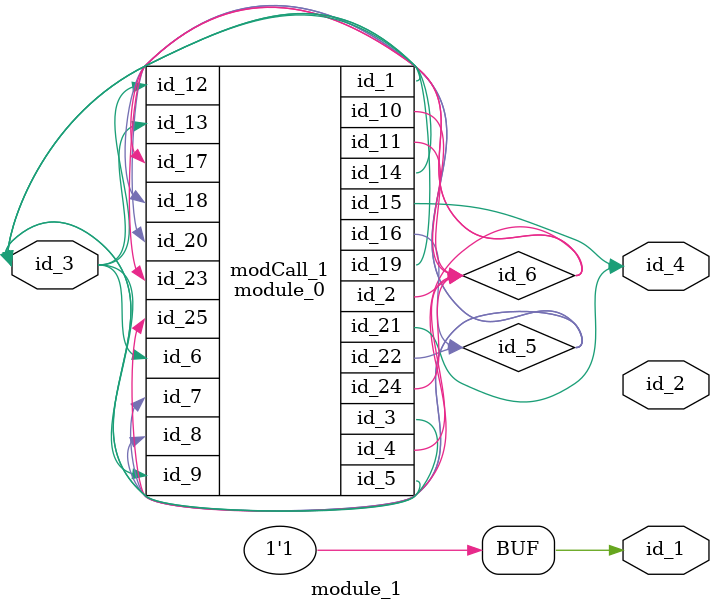
<source format=v>
module module_0 (
    id_1,
    id_2,
    id_3,
    id_4,
    id_5,
    id_6,
    id_7,
    id_8,
    id_9,
    id_10,
    id_11,
    id_12,
    id_13,
    id_14,
    id_15,
    id_16,
    id_17,
    id_18,
    id_19,
    id_20,
    id_21,
    id_22,
    id_23,
    id_24,
    id_25
);
  input wire id_25;
  output wire id_24;
  input wire id_23;
  inout wire id_22;
  output wire id_21;
  input wire id_20;
  inout wire id_19;
  input wire id_18;
  input wire id_17;
  output wire id_16;
  output wire id_15;
  inout wire id_14;
  input wire id_13;
  input wire id_12;
  inout wire id_11;
  output wire id_10;
  input wire id_9;
  input wire id_8;
  input wire id_7;
  input wire id_6;
  inout wire id_5;
  inout wire id_4;
  output wire id_3;
  output wire id_2;
  output wire id_1;
endmodule
module module_1 (
    id_1,
    id_2,
    id_3,
    id_4
);
  output wire id_4;
  inout wire id_3;
  output wire id_2;
  output wire id_1;
  wire id_5;
  assign id_1[1'h0] = -1;
  wire id_6;
  module_0 modCall_1 (
      id_3,
      id_6,
      id_3,
      id_6,
      id_3,
      id_3,
      id_5,
      id_5,
      id_3,
      id_6,
      id_6,
      id_3,
      id_3,
      id_3,
      id_4,
      id_5,
      id_6,
      id_5,
      id_3,
      id_5,
      id_4,
      id_5,
      id_6,
      id_6,
      id_6
  );
endmodule

</source>
